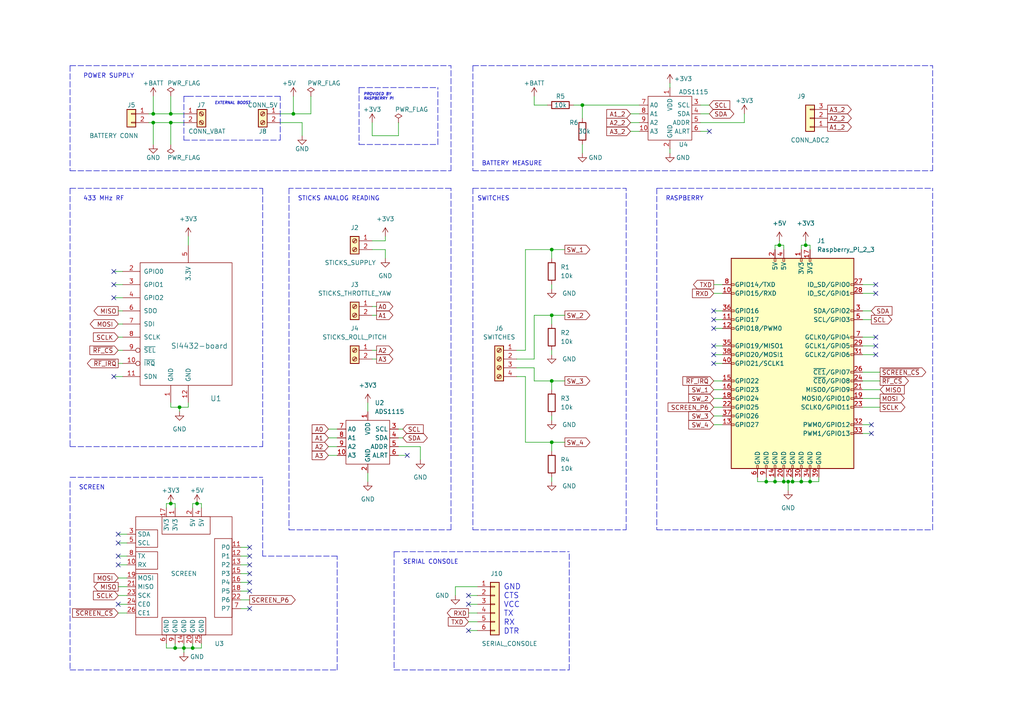
<source format=kicad_sch>
(kicad_sch (version 20211123) (generator eeschema)
  (paper "A4")
  (title_block (title "Quadcopter Remote") (date "2022-04-29") (rev "1") (company "arnaudhe"))
  (lib_symbols
    (symbol "Connector:Raspberry_Pi_2_3" (pin_names (offset 1.016))
      (property "Reference" "J" (at -17.78 31.75 0))
      (property "Value" "Raspberry_Pi_2_3" (at 10.16 -31.75 0))
      (symbol "Raspberry_Pi_2_3_0_1"
        (rectangle (start -17.78 30.48) (end 17.78 -30.48) (stroke (width 0.254)) (fill (type background)))
      )
      (symbol "Raspberry_Pi_2_3_1_1"
        (rectangle (start -16.891 -17.526) (end -17.78 -18.034))
        (rectangle (start -16.891 -14.986) (end -17.78 -15.494))
        (rectangle (start -16.891 -12.446) (end -17.78 -12.954))
        (rectangle (start -16.891 -9.906) (end -17.78 -10.414))
        (rectangle (start -16.891 -7.366) (end -17.78 -7.874))
        (rectangle (start -16.891 -4.826) (end -17.78 -5.334))
        (rectangle (start -16.891 0.254) (end -17.78 -0.254))
        (rectangle (start -16.891 2.794) (end -17.78 2.286))
        (rectangle (start -16.891 5.334) (end -17.78 4.826))
        (rectangle (start -16.891 10.414) (end -17.78 9.906))
        (rectangle (start -16.891 12.954) (end -17.78 12.446))
        (rectangle (start -16.891 15.494) (end -17.78 14.986))
        (rectangle (start -16.891 20.574) (end -17.78 20.066))
        (rectangle (start -16.891 23.114) (end -17.78 22.606))
        (rectangle (start -10.414 -29.591) (end -9.906 -30.48))
        (rectangle (start -7.874 -29.591) (end -7.366 -30.48))
        (rectangle (start -5.334 -29.591) (end -4.826 -30.48))
        (rectangle (start -5.334 30.48) (end -4.826 29.591))
        (rectangle (start -2.794 -29.591) (end -2.286 -30.48))
        (rectangle (start -2.794 30.48) (end -2.286 29.591))
        (rectangle (start -0.254 -29.591) (end 0.254 -30.48))
        (rectangle (start 2.286 -29.591) (end 2.794 -30.48))
        (rectangle (start 2.286 30.48) (end 2.794 29.591))
        (rectangle (start 4.826 -29.591) (end 5.334 -30.48))
        (rectangle (start 4.826 30.48) (end 5.334 29.591))
        (rectangle (start 7.366 -29.591) (end 7.874 -30.48))
        (rectangle (start 17.78 -20.066) (end 16.891 -20.574))
        (rectangle (start 17.78 -17.526) (end 16.891 -18.034))
        (rectangle (start 17.78 -12.446) (end 16.891 -12.954))
        (rectangle (start 17.78 -9.906) (end 16.891 -10.414))
        (rectangle (start 17.78 -7.366) (end 16.891 -7.874))
        (rectangle (start 17.78 -4.826) (end 16.891 -5.334))
        (rectangle (start 17.78 -2.286) (end 16.891 -2.794))
        (rectangle (start 17.78 2.794) (end 16.891 2.286))
        (rectangle (start 17.78 5.334) (end 16.891 4.826))
        (rectangle (start 17.78 7.874) (end 16.891 7.366))
        (rectangle (start 17.78 12.954) (end 16.891 12.446))
        (rectangle (start 17.78 15.494) (end 16.891 14.986))
        (rectangle (start 17.78 20.574) (end 16.891 20.066))
        (rectangle (start 17.78 23.114) (end 16.891 22.606))
        (pin power_in line (at 2.54 33.02 270) (length 2.54) (name "3V3") (number "1"))
        (pin bidirectional line (at -20.32 20.32 0) (length 2.54) (name "GPIO15/RXD") (number "10"))
        (pin bidirectional line (at -20.32 12.7 0) (length 2.54) (name "GPIO17") (number "11"))
        (pin bidirectional line (at -20.32 10.16 0) (length 2.54) (name "GPIO18/PWM0") (number "12"))
        (pin bidirectional line (at -20.32 -17.78 0) (length 2.54) (name "GPIO27") (number "13"))
        (pin power_in line (at -5.08 -33.02 90) (length 2.54) (name "GND") (number "14"))
        (pin bidirectional line (at -20.32 -5.08 0) (length 2.54) (name "GPIO22") (number "15"))
        (pin bidirectional line (at -20.32 -7.62 0) (length 2.54) (name "GPIO23") (number "16"))
        (pin power_in line (at 5.08 33.02 270) (length 2.54) (name "3V3") (number "17"))
        (pin bidirectional line (at -20.32 -10.16 0) (length 2.54) (name "GPIO24") (number "18"))
        (pin bidirectional line (at 20.32 -10.16 180) (length 2.54) (name "MOSI0/GPIO10") (number "19"))
        (pin power_in line (at -5.08 33.02 270) (length 2.54) (name "5V") (number "2"))
        (pin power_in line (at -2.54 -33.02 90) (length 2.54) (name "GND") (number "20"))
        (pin bidirectional line (at 20.32 -7.62 180) (length 2.54) (name "MISO0/GPIO9") (number "21"))
        (pin bidirectional line (at -20.32 -12.7 0) (length 2.54) (name "GPIO25") (number "22"))
        (pin bidirectional line (at 20.32 -12.7 180) (length 2.54) (name "SCLK0/GPIO11") (number "23"))
        (pin bidirectional line (at 20.32 -5.08 180) (length 2.54) (name "~{CE0}/GPIO8") (number "24"))
        (pin power_in line (at 0 -33.02 90) (length 2.54) (name "GND") (number "25"))
        (pin bidirectional line (at 20.32 -2.54 180) (length 2.54) (name "~{CE1}/GPIO7") (number "26"))
        (pin bidirectional line (at 20.32 22.86 180) (length 2.54) (name "ID_SD/GPIO0") (number "27"))
        (pin bidirectional line (at 20.32 20.32 180) (length 2.54) (name "ID_SC/GPIO1") (number "28"))
        (pin bidirectional line (at 20.32 5.08 180) (length 2.54) (name "GCLK1/GPIO5") (number "29"))
        (pin bidirectional line (at 20.32 15.24 180) (length 2.54) (name "SDA/GPIO2") (number "3"))
        (pin power_in line (at 2.54 -33.02 90) (length 2.54) (name "GND") (number "30"))
        (pin bidirectional line (at 20.32 2.54 180) (length 2.54) (name "GCLK2/GPIO6") (number "31"))
        (pin bidirectional line (at 20.32 -17.78 180) (length 2.54) (name "PWM0/GPIO12") (number "32"))
        (pin bidirectional line (at 20.32 -20.32 180) (length 2.54) (name "PWM1/GPIO13") (number "33"))
        (pin power_in line (at 5.08 -33.02 90) (length 2.54) (name "GND") (number "34"))
        (pin bidirectional line (at -20.32 5.08 0) (length 2.54) (name "GPIO19/MISO1") (number "35"))
        (pin bidirectional line (at -20.32 15.24 0) (length 2.54) (name "GPIO16") (number "36"))
        (pin bidirectional line (at -20.32 -15.24 0) (length 2.54) (name "GPIO26") (number "37"))
        (pin bidirectional line (at -20.32 2.54 0) (length 2.54) (name "GPIO20/MOSI1") (number "38"))
        (pin power_in line (at 7.62 -33.02 90) (length 2.54) (name "GND") (number "39"))
        (pin power_in line (at -2.54 33.02 270) (length 2.54) (name "5V") (number "4"))
        (pin bidirectional line (at -20.32 0 0) (length 2.54) (name "GPIO21/SCLK1") (number "40"))
        (pin bidirectional line (at 20.32 12.7 180) (length 2.54) (name "SCL/GPIO3") (number "5"))
        (pin power_in line (at -10.16 -33.02 90) (length 2.54) (name "GND") (number "6"))
        (pin bidirectional line (at 20.32 7.62 180) (length 2.54) (name "GCLK0/GPIO4") (number "7"))
        (pin bidirectional line (at -20.32 22.86 0) (length 2.54) (name "GPIO14/TXD") (number "8"))
        (pin power_in line (at -7.62 -33.02 90) (length 2.54) (name "GND") (number "9"))
      )
    )
    (symbol "Connector:Screw_Terminal_01x02" (pin_names (offset 1.016) hide)
      (property "Reference" "J" (at 0 2.54 0))
      (property "Value" "Screw_Terminal_01x02" (at 0 -5.08 0))
      (symbol "Screw_Terminal_01x02_1_1"
        (rectangle (start -1.27 1.27) (end 1.27 -3.81) (stroke (width 0.254)) (fill (type background)))
        (circle (center 0 -2.54) (radius 0.635) (stroke (width 0.1524)))
        (polyline (pts (xy -0.5334 -2.2098) (xy 0.3302 -3.048)) (stroke (width 0.1524)))
        (polyline (pts (xy -0.5334 0.3302) (xy 0.3302 -0.508)) (stroke (width 0.1524)))
        (polyline (pts (xy -0.3556 -2.032) (xy 0.508 -2.8702)) (stroke (width 0.1524)))
        (polyline (pts (xy -0.3556 0.508) (xy 0.508 -0.3302)) (stroke (width 0.1524)))
        (circle (center 0 0) (radius 0.635) (stroke (width 0.1524)))
        (pin passive line (at -5.08 0 0) (length 3.81) (name "Pin_1") (number "1"))
        (pin passive line (at -5.08 -2.54 0) (length 3.81) (name "Pin_2") (number "2"))
      )
    )
    (symbol "Connector:Screw_Terminal_01x04" (pin_names (offset 1.016) hide)
      (property "Reference" "J" (at 0 5.08 0))
      (property "Value" "Screw_Terminal_01x04" (at 0 -7.62 0))
      (symbol "Screw_Terminal_01x04_1_1"
        (rectangle (start -1.27 3.81) (end 1.27 -6.35) (stroke (width 0.254)) (fill (type background)))
        (circle (center 0 -5.08) (radius 0.635) (stroke (width 0.1524)))
        (circle (center 0 -2.54) (radius 0.635) (stroke (width 0.1524)))
        (polyline (pts (xy -0.5334 -4.7498) (xy 0.3302 -5.588)) (stroke (width 0.1524)))
        (polyline (pts (xy -0.5334 -2.2098) (xy 0.3302 -3.048)) (stroke (width 0.1524)))
        (polyline (pts (xy -0.5334 0.3302) (xy 0.3302 -0.508)) (stroke (width 0.1524)))
        (polyline (pts (xy -0.5334 2.8702) (xy 0.3302 2.032)) (stroke (width 0.1524)))
        (polyline (pts (xy -0.3556 -4.572) (xy 0.508 -5.4102)) (stroke (width 0.1524)))
        (polyline (pts (xy -0.3556 -2.032) (xy 0.508 -2.8702)) (stroke (width 0.1524)))
        (polyline (pts (xy -0.3556 0.508) (xy 0.508 -0.3302)) (stroke (width 0.1524)))
        (polyline (pts (xy -0.3556 3.048) (xy 0.508 2.2098)) (stroke (width 0.1524)))
        (circle (center 0 0) (radius 0.635) (stroke (width 0.1524)))
        (circle (center 0 2.54) (radius 0.635) (stroke (width 0.1524)))
        (pin passive line (at -5.08 2.54 0) (length 3.81) (name "Pin_1") (number "1"))
        (pin passive line (at -5.08 0 0) (length 3.81) (name "Pin_2") (number "2"))
        (pin passive line (at -5.08 -2.54 0) (length 3.81) (name "Pin_3") (number "3"))
        (pin passive line (at -5.08 -5.08 0) (length 3.81) (name "Pin_4") (number "4"))
      )
    )
    (symbol "Connector_Generic:Conn_01x02" (pin_names (offset 1.016) hide)
      (property "Reference" "J" (at 0 2.54 0))
      (property "Value" "Conn_01x02" (at 0 -5.08 0))
      (symbol "Conn_01x02_1_1"
        (rectangle (start -1.27 -2.413) (end 0 -2.667) (stroke (width 0.1524)))
        (rectangle (start -1.27 0.127) (end 0 -0.127) (stroke (width 0.1524)))
        (rectangle (start -1.27 1.27) (end 1.27 -3.81) (stroke (width 0.254)) (fill (type background)))
        (pin passive line (at -5.08 0 0) (length 3.81) (name "Pin_1") (number "1"))
        (pin passive line (at -5.08 -2.54 0) (length 3.81) (name "Pin_2") (number "2"))
      )
    )
    (symbol "Connector_Generic:Conn_01x03" (pin_names (offset 1.016) hide)
      (property "Reference" "J" (at 0 5.08 0))
      (property "Value" "Conn_01x03" (at 0 -5.08 0))
      (symbol "Conn_01x03_1_1"
        (rectangle (start -1.27 -2.413) (end 0 -2.667) (stroke (width 0.1524)))
        (rectangle (start -1.27 0.127) (end 0 -0.127) (stroke (width 0.1524)))
        (rectangle (start -1.27 2.667) (end 0 2.413) (stroke (width 0.1524)))
        (rectangle (start -1.27 3.81) (end 1.27 -3.81) (stroke (width 0.254)) (fill (type background)))
        (pin passive line (at -5.08 2.54 0) (length 3.81) (name "Pin_1") (number "1"))
        (pin passive line (at -5.08 0 0) (length 3.81) (name "Pin_2") (number "2"))
        (pin passive line (at -5.08 -2.54 0) (length 3.81) (name "Pin_3") (number "3"))
      )
    )
    (symbol "Connector_Generic:Conn_01x06" (pin_names (offset 1.016) hide)
      (property "Reference" "J" (at 0 7.62 0))
      (property "Value" "Conn_01x06" (at 0 -10.16 0))
      (symbol "Conn_01x06_1_1"
        (rectangle (start -1.27 -7.493) (end 0 -7.747) (stroke (width 0.1524)))
        (rectangle (start -1.27 -4.953) (end 0 -5.207) (stroke (width 0.1524)))
        (rectangle (start -1.27 -2.413) (end 0 -2.667) (stroke (width 0.1524)))
        (rectangle (start -1.27 0.127) (end 0 -0.127) (stroke (width 0.1524)))
        (rectangle (start -1.27 2.667) (end 0 2.413) (stroke (width 0.1524)))
        (rectangle (start -1.27 5.207) (end 0 4.953) (stroke (width 0.1524)))
        (rectangle (start -1.27 6.35) (end 1.27 -8.89) (stroke (width 0.254)) (fill (type background)))
        (pin passive line (at -5.08 5.08 0) (length 3.81) (name "Pin_1") (number "1"))
        (pin passive line (at -5.08 2.54 0) (length 3.81) (name "Pin_2") (number "2"))
        (pin passive line (at -5.08 0 0) (length 3.81) (name "Pin_3") (number "3"))
        (pin passive line (at -5.08 -2.54 0) (length 3.81) (name "Pin_4") (number "4"))
        (pin passive line (at -5.08 -5.08 0) (length 3.81) (name "Pin_5") (number "5"))
        (pin passive line (at -5.08 -7.62 0) (length 3.81) (name "Pin_6") (number "6"))
      )
    )
    (symbol "Device:R" (pin_numbers hide) (pin_names (offset 0))
      (property "Reference" "R" (at 2.032 0 90))
      (property "Value" "R" (at 0 0 90))
      (symbol "R_0_1"
        (rectangle (start -1.016 -2.54) (end 1.016 2.54) (stroke (width 0.254)))
      )
      (symbol "R_1_1"
        (pin passive line (at 0 3.81 270) (length 1.27) (name "~") (number "1"))
        (pin passive line (at 0 -3.81 90) (length 1.27) (name "~") (number "2"))
      )
    )
    (symbol "power:+3.3V" (power) (pin_names (offset 0))
      (property "Value" "+3.3V" (at 0 3.556 0))
      (symbol "+3.3V_0_1"
        (polyline (pts (xy -0.762 1.27) (xy 0 2.54)))
        (polyline (pts (xy 0 0) (xy 0 2.54)))
        (polyline (pts (xy 0 2.54) (xy 0.762 1.27)))
      )
      (symbol "+3.3V_1_1"
        (pin power_in line (at 0 0 90) (length 0) hide (name "+3V3") (number "1"))
      )
    )
    (symbol "power:+5V" (power) (pin_names (offset 0))
      (property "Value" "+5V" (at 0 3.556 0))
      (symbol "+5V_0_1"
        (polyline (pts (xy -0.762 1.27) (xy 0 2.54)))
        (polyline (pts (xy 0 0) (xy 0 2.54)))
        (polyline (pts (xy 0 2.54) (xy 0.762 1.27)))
      )
      (symbol "+5V_1_1"
        (pin power_in line (at 0 0 90) (length 0) hide (name "+5V") (number "1"))
      )
    )
    (symbol "power:+BATT" (power) (pin_names (offset 0))
      (property "Value" "+BATT" (at 0 3.556 0))
      (symbol "+BATT_0_1"
        (polyline (pts (xy -0.762 1.27) (xy 0 2.54)))
        (polyline (pts (xy 0 0) (xy 0 2.54)))
        (polyline (pts (xy 0 2.54) (xy 0.762 1.27)))
      )
      (symbol "+BATT_1_1"
        (pin power_in line (at 0 0 90) (length 0) hide (name "+BATT") (number "1"))
      )
    )
    (symbol "power:GND" (power) (pin_names (offset 0))
      (property "Value" "GND" (at 0 -3.81 0))
      (symbol "GND_0_1"
        (polyline (pts (xy 0 0) (xy 0 -1.27) (xy 1.27 -1.27) (xy 0 -2.54) (xy -1.27 -1.27) (xy 0 -1.27)))
      )
      (symbol "GND_1_1"
        (pin power_in line (at 0 0 270) (length 0) hide (name "GND") (number "1"))
      )
    )
    (symbol "power:PWR_FLAG" (power) (pin_numbers hide) (pin_names (offset 0) hide)
      (property "Value" "PWR_FLAG" (at 0 3.81 0))
      (symbol "PWR_FLAG_0_0"
        (pin power_out line (at 0 0 90) (length 0) (name "pwr") (number "1"))
      )
      (symbol "PWR_FLAG_0_1"
        (polyline (pts (xy 0 0) (xy 0 1.27) (xy -1.016 1.905) (xy 0 2.54) (xy 1.016 1.905) (xy 0 1.27)))
      )
    )
    (symbol "quadcopter:ADS1115"
      (property "Reference" "U" (at 2.54 7.62 0))
      (property "Value" "ADS1115" (at 6.35 -8.89 0))
      (symbol "ADS1115_0_1"
        (rectangle (start -6.35 6.35) (end 6.35 -6.35))
      )
      (symbol "ADS1115_1_1"
        (pin power_in line (at 0 8.89 270) (length 2.54) (name "VDD") (number "1"))
        (pin input line (at -8.89 -3.81 0) (length 2.54) (name "A3") (number "10"))
        (pin power_in line (at 0 -8.89 90) (length 2.54) (name "GND") (number "2"))
        (pin input line (at 8.89 3.81 180) (length 2.54) (name "SCL") (number "3"))
        (pin bidirectional line (at 8.89 1.27 180) (length 2.54) (name "SDA") (number "4"))
        (pin input line (at 8.89 -1.27 180) (length 2.54) (name "ADDR") (number "5"))
        (pin input line (at 8.89 -3.81 180) (length 2.54) (name "ALRT") (number "6"))
        (pin input line (at -8.89 3.81 0) (length 2.54) (name "A0") (number "7"))
        (pin input line (at -8.89 1.27 0) (length 2.54) (name "A1") (number "8"))
        (pin input line (at -8.89 -1.27 0) (length 2.54) (name "A2") (number "9"))
      )
    )
    (symbol "quadcopter:SCREEN"
      (property "Reference" "U" (at 8.89 17.78 0))
      (property "Value" "SCREEN" (at 0 0 0))
      (symbol "SCREEN_0_1"
        (rectangle (start -13.97 0) (end -7.62 -12.7))
        (rectangle (start -13.97 6.35) (end -7.62 1.27))
        (rectangle (start -13.97 12.7) (end -7.62 7.62))
        (rectangle (start -13.97 16.51) (end 13.97 -17.78))
        (rectangle (start -6.35 -12.7) (end 6.35 -17.78))
        (rectangle (start -6.35 16.51) (end 7.62 11.43))
        (rectangle (start 8.89 10.16) (end 13.97 -12.7))
      )
      (symbol "SCREEN_1_1"
        (pin power_in line (at -2.54 19.05 270) (length 2.54) (name "3V3") (number "1"))
        (pin input line (at -16.51 2.54 0) (length 2.54) (name "RX") (number "10"))
        (pin output line (at 16.51 7.62 180) (length 2.54) (name "P0") (number "11"))
        (pin output line (at 16.51 5.08 180) (length 2.54) (name "P1") (number "12"))
        (pin output line (at 16.51 2.54 180) (length 2.54) (name "P2") (number "13"))
        (pin power_in line (at 0 -20.32 90) (length 2.54) (name "GND") (number "14"))
        (pin output line (at 16.51 0 180) (length 2.54) (name "P3") (number "15"))
        (pin output line (at 16.51 -2.54 180) (length 2.54) (name "P4") (number "16"))
        (pin power_in line (at -5.08 19.05 270) (length 2.54) (name "3V3") (number "17"))
        (pin output line (at 16.51 -5.08 180) (length 2.54) (name "P5") (number "18"))
        (pin input line (at -16.51 -1.27 0) (length 2.54) (name "MOSI") (number "19"))
        (pin power_in line (at 2.54 19.05 270) (length 2.54) (name "5V") (number "2"))
        (pin power_in line (at 2.54 -20.32 90) (length 2.54) (name "GND") (number "20"))
        (pin output line (at -16.51 -3.81 0) (length 2.54) (name "MISO") (number "21"))
        (pin output line (at 16.51 -7.62 180) (length 2.54) (name "P6") (number "22"))
        (pin input line (at -16.51 -6.35 0) (length 2.54) (name "SCK") (number "23"))
        (pin input line (at -16.51 -8.89 0) (length 2.54) (name "CE0") (number "24"))
        (pin power_in line (at 5.08 -20.32 90) (length 2.54) (name "GND") (number "25"))
        (pin input line (at -16.51 -11.43 0) (length 2.54) (name "CE1") (number "26"))
        (pin bidirectional line (at -16.51 11.43 0) (length 2.54) (name "SDA") (number "3"))
        (pin power_in line (at 5.08 19.05 270) (length 2.54) (name "5V") (number "4"))
        (pin output line (at -16.51 8.89 0) (length 2.54) (name "SCL") (number "5"))
        (pin power_in line (at -5.08 -20.32 90) (length 2.54) (name "GND") (number "6"))
        (pin bidirectional line (at 16.51 -10.16 180) (length 2.54) (name "P7") (number "7"))
        (pin output line (at -16.51 5.08 0) (length 2.54) (name "TX") (number "8"))
        (pin power_in line (at -2.54 -20.32 90) (length 2.54) (name "GND") (number "9"))
      )
    )
    (symbol "quadcopter:SI4432-board" (pin_names (offset 1.016))
      (property "Reference" "U" (at -11.43 19.05 0))
      (property "Value" "SI4432-board" (at 10.16 -20.32 0))
      (symbol "SI4432-board_0_1"
        (rectangle (start -13.97 17.78) (end 12.7 -17.78))
      )
      (symbol "SI4432-board_1_1"
        (pin power_in line (at -5.08 -22.86 90) (length 5.08) (name "GND") (number "1"))
        (pin output inverted (at -19.05 -11.43 0) (length 5.08) (name "~{IRQ}") (number "10"))
        (pin input line (at -19.05 -15.24 0) (length 5.08) (name "SDN") (number "11"))
        (pin power_in line (at 0 -22.86 90) (length 5.08) (name "GND") (number "12"))
        (pin input line (at -19.05 15.24 0) (length 5.08) (name "GPIO0") (number "2"))
        (pin input line (at -19.05 11.43 0) (length 5.08) (name "GPIO1") (number "3"))
        (pin bidirectional line (at -19.05 7.62 0) (length 5.08) (name "GPIO2") (number "4"))
        (pin power_in line (at 0 22.86 270) (length 5.08) (name "3.3V") (number "5"))
        (pin output line (at -19.05 3.81 0) (length 5.08) (name "SDO") (number "6"))
        (pin input line (at -19.05 0 0) (length 5.08) (name "SDI") (number "7"))
        (pin input line (at -19.05 -3.81 0) (length 5.08) (name "SCLK") (number "8"))
        (pin input inverted (at -19.05 -7.62 0) (length 5.08) (name "~{SEL}") (number "9"))
      )
    )
  )
  (junction (at 49.53 33.02))
  (junction (at 228.6 139.7))
  (junction (at 160.02 128.27))
  (junction (at 44.45 33.02))
  (junction (at 55.88 187.96))
  (junction (at 160.02 110.49))
  (junction (at 50.8 187.96))
  (junction (at 44.45 35.56))
  (junction (at 53.34 187.96))
  (junction (at 85.09 33.02))
  (junction (at 227.33 139.7))
  (junction (at 222.25 139.7))
  (junction (at 160.02 91.44))
  (junction (at 232.41 139.7))
  (junction (at 168.91 30.48))
  (junction (at 57.15 146.05))
  (junction (at 52.07 118.11))
  (junction (at 226.06 71.12))
  (junction (at 49.53 35.56))
  (junction (at 234.95 139.7))
  (junction (at 229.87 139.7))
  (junction (at 160.02 72.39))
  (junction (at 224.79 139.7))
  (junction (at 49.53 146.05))
  (junction (at 233.68 71.12))
  (no_connect (at 33.02 86.36))
  (no_connect (at 33.02 82.55))
  (no_connect (at 33.02 78.74))
  (no_connect (at 205.74 38.1))
  (no_connect (at 118.11 132.08))
  (no_connect (at 135.89 172.72))
  (no_connect (at 33.02 109.22))
  (no_connect (at 34.29 154.94))
  (no_connect (at 72.39 166.37))
  (no_connect (at 72.39 163.83))
  (no_connect (at 34.29 175.26))
  (no_connect (at 34.29 157.48))
  (no_connect (at 34.29 161.29))
  (no_connect (at 34.29 163.83))
  (no_connect (at 72.39 168.91))
  (no_connect (at 72.39 158.75))
  (no_connect (at 72.39 161.29))
  (no_connect (at 72.39 171.45))
  (no_connect (at 72.39 176.53))
  (no_connect (at 252.73 125.73))
  (no_connect (at 252.73 123.19))
  (no_connect (at 207.01 90.17))
  (no_connect (at 207.01 95.25))
  (no_connect (at 207.01 92.71))
  (no_connect (at 207.01 100.33))
  (no_connect (at 207.01 102.87))
  (no_connect (at 207.01 105.41))
  (no_connect (at 254 97.79))
  (no_connect (at 254 100.33))
  (no_connect (at 254 102.87))
  (no_connect (at 254 82.55))
  (no_connect (at 254 85.09))
  (no_connect (at 135.89 182.88))
  (no_connect (at 135.89 175.26))
  (wire (pts (xy 69.85 173.99) (xy 72.39 173.99)))
  (wire (pts (xy 207.01 100.33) (xy 209.55 100.33)))
  (wire (pts (xy 69.85 176.53) (xy 72.39 176.53)))
  (wire (pts (xy 250.19 115.57) (xy 255.27 115.57)))
  (polyline (pts (xy 81.28 27.94) (xy 54.61 27.94)))
  (polyline (pts (xy 53.34 40.64) (xy 81.28 40.64)))
  (wire (pts (xy 34.29 172.72) (xy 36.83 172.72)))
  (wire (pts (xy 48.26 186.69) (xy 48.26 187.96)))
  (wire (pts (xy 207.01 102.87) (xy 209.55 102.87)))
  (wire (pts (xy 69.85 161.29) (xy 72.39 161.29)))
  (wire (pts (xy 34.29 157.48) (xy 36.83 157.48)))
  (wire (pts (xy 224.79 138.43) (xy 224.79 139.7)))
  (wire (pts (xy 194.31 24.13) (xy 194.31 25.4)))
  (polyline (pts (xy 76.2 129.54) (xy 76.2 54.61)))
  (wire (pts (xy 232.41 72.39) (xy 232.41 71.12)))
  (wire (pts (xy 135.89 175.26) (xy 138.43 175.26)))
  (wire (pts (xy 168.91 41.91) (xy 168.91 44.45)))
  (wire (pts (xy 207.01 82.55) (xy 209.55 82.55)))
  (wire (pts (xy 207.01 110.49) (xy 209.55 110.49)))
  (wire (pts (xy 107.95 101.6) (xy 109.22 101.6)))
  (wire (pts (xy 160.02 72.39) (xy 160.02 74.93)))
  (wire (pts (xy 250.19 123.19) (xy 252.73 123.19)))
  (wire (pts (xy 50.8 147.32) (xy 50.8 146.05)))
  (wire (pts (xy 232.41 71.12) (xy 233.68 71.12)))
  (wire (pts (xy 203.2 33.02) (xy 205.74 33.02)))
  (wire (pts (xy 154.94 91.44) (xy 160.02 91.44)))
  (wire (pts (xy 54.61 118.11) (xy 52.07 118.11)))
  (wire (pts (xy 81.28 33.02) (xy 85.09 33.02)))
  (wire (pts (xy 154.94 110.49) (xy 160.02 110.49)))
  (polyline (pts (xy 20.32 19.05) (xy 20.32 49.53)))
  (wire (pts (xy 227.33 72.39) (xy 227.33 71.12)))
  (wire (pts (xy 53.34 187.96) (xy 55.88 187.96)))
  (wire (pts (xy 69.85 168.91) (xy 72.39 168.91)))
  (wire (pts (xy 85.09 27.94) (xy 85.09 33.02)))
  (wire (pts (xy 44.45 33.02) (xy 49.53 33.02)))
  (wire (pts (xy 49.53 35.56) (xy 49.53 41.91)))
  (wire (pts (xy 203.2 35.56) (xy 215.9 35.56)))
  (wire (pts (xy 250.19 82.55) (xy 254 82.55)))
  (wire (pts (xy 95.25 132.08) (xy 97.79 132.08)))
  (wire (pts (xy 234.95 139.7) (xy 234.95 138.43)))
  (wire (pts (xy 54.61 116.84) (xy 54.61 118.11)))
  (wire (pts (xy 50.8 186.69) (xy 50.8 187.96)))
  (polyline (pts (xy 20.32 54.61) (xy 20.32 129.54)))
  (wire (pts (xy 107.95 88.9) (xy 109.22 88.9)))
  (polyline (pts (xy 104.14 41.91) (xy 127 41.91)))
  (wire (pts (xy 250.19 113.03) (xy 255.27 113.03)))
  (wire (pts (xy 69.85 158.75) (xy 72.39 158.75)))
  (wire (pts (xy 227.33 71.12) (xy 226.06 71.12)))
  (wire (pts (xy 224.79 71.12) (xy 226.06 71.12)))
  (polyline (pts (xy 83.82 153.67) (xy 130.81 153.67)))
  (wire (pts (xy 55.88 187.96) (xy 58.42 187.96)))
  (wire (pts (xy 53.34 187.96) (xy 53.34 189.23)))
  (wire (pts (xy 44.45 35.56) (xy 44.45 41.91)))
  (wire (pts (xy 34.29 177.8) (xy 36.83 177.8)))
  (polyline (pts (xy 97.79 194.31) (xy 97.79 161.29)))
  (polyline (pts (xy 20.32 129.54) (xy 76.2 129.54)))
  (polyline (pts (xy 137.16 19.05) (xy 137.16 49.53)))
  (wire (pts (xy 229.87 139.7) (xy 229.87 138.43)))
  (wire (pts (xy 34.29 90.17) (xy 35.56 90.17)))
  (wire (pts (xy 58.42 147.32) (xy 58.42 146.05)))
  (wire (pts (xy 55.88 146.05) (xy 57.15 146.05)))
  (wire (pts (xy 149.86 106.68) (xy 154.94 106.68)))
  (polyline (pts (xy 130.81 153.67) (xy 130.81 54.61)))
  (wire (pts (xy 160.02 91.44) (xy 160.02 93.98)))
  (wire (pts (xy 48.26 146.05) (xy 49.53 146.05)))
  (wire (pts (xy 90.17 33.02) (xy 85.09 33.02)))
  (wire (pts (xy 115.57 132.08) (xy 118.11 132.08)))
  (wire (pts (xy 95.25 124.46) (xy 97.79 124.46)))
  (wire (pts (xy 250.19 90.17) (xy 252.73 90.17)))
  (wire (pts (xy 207.01 123.19) (xy 209.55 123.19)))
  (wire (pts (xy 233.68 71.12) (xy 234.95 71.12)))
  (wire (pts (xy 168.91 30.48) (xy 168.91 34.29)))
  (wire (pts (xy 250.19 102.87) (xy 254 102.87)))
  (wire (pts (xy 233.68 71.12) (xy 233.68 69.85)))
  (polyline (pts (xy 130.81 54.61) (xy 83.82 54.61)))
  (wire (pts (xy 132.08 170.18) (xy 132.08 172.72)))
  (wire (pts (xy 107.95 69.85) (xy 111.76 69.85)))
  (wire (pts (xy 160.02 128.27) (xy 163.83 128.27)))
  (wire (pts (xy 121.92 129.54) (xy 121.92 133.35)))
  (wire (pts (xy 250.19 107.95) (xy 255.27 107.95)))
  (wire (pts (xy 107.95 104.14) (xy 109.22 104.14)))
  (wire (pts (xy 58.42 146.05) (xy 57.15 146.05)))
  (polyline (pts (xy 165.1 194.31) (xy 165.1 160.02)))
  (wire (pts (xy 54.61 68.58) (xy 54.61 71.12)))
  (wire (pts (xy 152.4 128.27) (xy 152.4 109.22)))
  (polyline (pts (xy 114.3 160.02) (xy 165.1 160.02)))
  (wire (pts (xy 50.8 146.05) (xy 49.53 146.05)))
  (wire (pts (xy 44.45 27.94) (xy 44.45 33.02)))
  (wire (pts (xy 33.02 78.74) (xy 35.56 78.74)))
  (wire (pts (xy 219.71 138.43) (xy 219.71 139.7)))
  (wire (pts (xy 160.02 82.55) (xy 160.02 83.82)))
  (polyline (pts (xy 104.14 25.4) (xy 104.14 41.91)))
  (wire (pts (xy 160.02 138.43) (xy 160.02 139.7)))
  (wire (pts (xy 160.02 110.49) (xy 160.02 113.03)))
  (wire (pts (xy 182.88 33.02) (xy 185.42 33.02)))
  (polyline (pts (xy 270.51 49.53) (xy 270.51 19.05)))
  (polyline (pts (xy 83.82 54.61) (xy 83.82 57.15)))
  (polyline (pts (xy 20.32 194.31) (xy 97.79 194.31)))
  (polyline (pts (xy 137.16 54.61) (xy 181.61 54.61)))
  (wire (pts (xy 81.28 35.56) (xy 87.63 35.56)))
  (wire (pts (xy 69.85 163.83) (xy 72.39 163.83)))
  (wire (pts (xy 227.33 139.7) (xy 228.6 139.7)))
  (wire (pts (xy 207.01 113.03) (xy 209.55 113.03)))
  (wire (pts (xy 152.4 72.39) (xy 160.02 72.39)))
  (wire (pts (xy 160.02 128.27) (xy 160.02 130.81)))
  (wire (pts (xy 154.94 106.68) (xy 154.94 110.49)))
  (wire (pts (xy 232.41 139.7) (xy 232.41 138.43)))
  (wire (pts (xy 106.68 137.16) (xy 106.68 139.7)))
  (polyline (pts (xy 53.34 27.94) (xy 53.34 40.64)))
  (wire (pts (xy 34.29 93.98) (xy 35.56 93.98)))
  (wire (pts (xy 203.2 38.1) (xy 205.74 38.1)))
  (wire (pts (xy 53.34 33.02) (xy 49.53 33.02)))
  (polyline (pts (xy 81.28 40.64) (xy 81.28 27.94)))
  (wire (pts (xy 152.4 128.27) (xy 160.02 128.27)))
  (wire (pts (xy 160.02 110.49) (xy 163.83 110.49)))
  (wire (pts (xy 135.89 177.8) (xy 138.43 177.8)))
  (wire (pts (xy 115.57 124.46) (xy 116.84 124.46)))
  (polyline (pts (xy 137.16 54.61) (xy 137.16 153.67)))
  (wire (pts (xy 48.26 147.32) (xy 48.26 146.05)))
  (wire (pts (xy 207.01 120.65) (xy 209.55 120.65)))
  (polyline (pts (xy 127 41.91) (xy 127 25.4)))
  (wire (pts (xy 160.02 72.39) (xy 163.83 72.39)))
  (wire (pts (xy 160.02 91.44) (xy 163.83 91.44)))
  (wire (pts (xy 55.88 147.32) (xy 55.88 146.05)))
  (wire (pts (xy 207.01 95.25) (xy 209.55 95.25)))
  (wire (pts (xy 229.87 139.7) (xy 232.41 139.7)))
  (wire (pts (xy 154.94 104.14) (xy 149.86 104.14)))
  (wire (pts (xy 232.41 139.7) (xy 234.95 139.7)))
  (wire (pts (xy 34.29 154.94) (xy 36.83 154.94)))
  (wire (pts (xy 69.85 171.45) (xy 72.39 171.45)))
  (wire (pts (xy 52.07 118.11) (xy 52.07 119.38)))
  (wire (pts (xy 166.37 30.48) (xy 168.91 30.48)))
  (polyline (pts (xy 76.2 161.29) (xy 76.2 138.43)))
  (wire (pts (xy 250.19 97.79) (xy 254 97.79)))
  (wire (pts (xy 106.68 116.84) (xy 106.68 119.38)))
  (wire (pts (xy 154.94 91.44) (xy 154.94 104.14)))
  (wire (pts (xy 111.76 72.39) (xy 107.95 72.39)))
  (polyline (pts (xy 270.51 153.67) (xy 270.51 54.61)))
  (wire (pts (xy 115.57 129.54) (xy 121.92 129.54)))
  (wire (pts (xy 49.53 118.11) (xy 52.07 118.11)))
  (wire (pts (xy 224.79 72.39) (xy 224.79 71.12)))
  (wire (pts (xy 219.71 139.7) (xy 222.25 139.7)))
  (wire (pts (xy 111.76 68.58) (xy 111.76 69.85)))
  (wire (pts (xy 228.6 139.7) (xy 228.6 142.24)))
  (polyline (pts (xy 114.3 160.02) (xy 114.3 194.31)))
  (wire (pts (xy 152.4 109.22) (xy 149.86 109.22)))
  (wire (pts (xy 90.17 27.94) (xy 90.17 33.02)))
  (wire (pts (xy 168.91 30.48) (xy 185.42 30.48)))
  (wire (pts (xy 111.76 74.93) (xy 111.76 72.39)))
  (wire (pts (xy 250.19 125.73) (xy 252.73 125.73)))
  (wire (pts (xy 34.29 167.64) (xy 36.83 167.64)))
  (wire (pts (xy 234.95 139.7) (xy 237.49 139.7)))
  (wire (pts (xy 207.01 118.11) (xy 209.55 118.11)))
  (wire (pts (xy 182.88 38.1) (xy 185.42 38.1)))
  (wire (pts (xy 53.34 35.56) (xy 49.53 35.56)))
  (wire (pts (xy 250.19 92.71) (xy 252.73 92.71)))
  (wire (pts (xy 69.85 166.37) (xy 72.39 166.37)))
  (wire (pts (xy 34.29 101.6) (xy 35.56 101.6)))
  (wire (pts (xy 207.01 92.71) (xy 209.55 92.71)))
  (wire (pts (xy 34.29 161.29) (xy 36.83 161.29)))
  (wire (pts (xy 138.43 170.18) (xy 132.08 170.18)))
  (wire (pts (xy 228.6 139.7) (xy 229.87 139.7)))
  (wire (pts (xy 160.02 101.6) (xy 160.02 102.87)))
  (polyline (pts (xy 54.61 27.94) (xy 53.34 27.94)))
  (wire (pts (xy 34.29 163.83) (xy 36.83 163.83)))
  (wire (pts (xy 33.02 82.55) (xy 35.56 82.55)))
  (wire (pts (xy 55.88 186.69) (xy 55.88 187.96)))
  (wire (pts (xy 87.63 35.56) (xy 87.63 39.37)))
  (wire (pts (xy 48.26 187.96) (xy 50.8 187.96)))
  (wire (pts (xy 34.29 97.79) (xy 35.56 97.79)))
  (wire (pts (xy 135.89 182.88) (xy 138.43 182.88)))
  (wire (pts (xy 95.25 129.54) (xy 97.79 129.54)))
  (wire (pts (xy 107.95 35.56) (xy 107.95 39.37)))
  (wire (pts (xy 207.01 85.09) (xy 209.55 85.09)))
  (wire (pts (xy 152.4 101.6) (xy 149.86 101.6)))
  (wire (pts (xy 43.18 33.02) (xy 44.45 33.02)))
  (wire (pts (xy 250.19 118.11) (xy 255.27 118.11)))
  (wire (pts (xy 44.45 35.56) (xy 49.53 35.56)))
  (wire (pts (xy 207.01 105.41) (xy 209.55 105.41)))
  (wire (pts (xy 154.94 30.48) (xy 158.75 30.48)))
  (polyline (pts (xy 137.16 49.53) (xy 270.51 49.53)))
  (polyline (pts (xy 20.32 139.7) (xy 20.32 194.31)))
  (polyline (pts (xy 190.5 54.61) (xy 270.51 54.61)))
  (polyline (pts (xy 83.82 57.15) (xy 83.82 153.67)))
  (wire (pts (xy 215.9 35.56) (xy 215.9 33.02)))
  (wire (pts (xy 34.29 175.26) (xy 36.83 175.26)))
  (wire (pts (xy 95.25 127) (xy 97.79 127)))
  (polyline (pts (xy 104.14 25.4) (xy 127 25.4)))
  (wire (pts (xy 237.49 139.7) (xy 237.49 138.43)))
  (wire (pts (xy 115.57 39.37) (xy 115.57 35.56)))
  (wire (pts (xy 234.95 71.12) (xy 234.95 72.39)))
  (wire (pts (xy 224.79 139.7) (xy 227.33 139.7)))
  (polyline (pts (xy 20.32 54.61) (xy 76.2 54.61)))
  (wire (pts (xy 194.31 43.18) (xy 194.31 44.45)))
  (wire (pts (xy 207.01 90.17) (xy 209.55 90.17)))
  (wire (pts (xy 43.18 35.56) (xy 44.45 35.56)))
  (wire (pts (xy 58.42 186.69) (xy 58.42 187.96)))
  (wire (pts (xy 115.57 127) (xy 116.84 127)))
  (wire (pts (xy 50.8 187.96) (xy 53.34 187.96)))
  (polyline (pts (xy 181.61 153.67) (xy 181.61 54.61)))
  (wire (pts (xy 135.89 180.34) (xy 138.43 180.34)))
  (wire (pts (xy 250.19 100.33) (xy 254 100.33)))
  (polyline (pts (xy 190.5 54.61) (xy 190.5 153.67)))
  (polyline (pts (xy 114.3 194.31) (xy 165.1 194.31)))
  (polyline (pts (xy 130.81 49.53) (xy 130.81 19.05)))
  (polyline (pts (xy 190.5 153.67) (xy 270.51 153.67)))
  (wire (pts (xy 250.19 85.09) (xy 254 85.09)))
  (polyline (pts (xy 20.32 19.05) (xy 130.81 19.05)))
  (wire (pts (xy 49.53 116.84) (xy 49.53 118.11)))
  (wire (pts (xy 182.88 35.56) (xy 185.42 35.56)))
  (wire (pts (xy 49.53 27.94) (xy 49.53 33.02)))
  (wire (pts (xy 33.02 109.22) (xy 35.56 109.22)))
  (wire (pts (xy 226.06 71.12) (xy 226.06 69.85)))
  (wire (pts (xy 160.02 120.65) (xy 160.02 121.92)))
  (polyline (pts (xy 137.16 153.67) (xy 181.61 153.67)))
  (wire (pts (xy 154.94 27.94) (xy 154.94 30.48)))
  (wire (pts (xy 53.34 186.69) (xy 53.34 187.96)))
  (wire (pts (xy 222.25 139.7) (xy 224.79 139.7)))
  (wire (pts (xy 222.25 138.43) (xy 222.25 139.7)))
  (wire (pts (xy 152.4 72.39) (xy 152.4 101.6)))
  (polyline (pts (xy 20.32 138.43) (xy 76.2 138.43)))
  (wire (pts (xy 207.01 115.57) (xy 209.55 115.57)))
  (wire (pts (xy 107.95 91.44) (xy 109.22 91.44)))
  (wire (pts (xy 203.2 30.48) (xy 205.74 30.48)))
  (wire (pts (xy 250.19 110.49) (xy 255.27 110.49)))
  (polyline (pts (xy 97.79 161.29) (xy 76.2 161.29)))
  (wire (pts (xy 227.33 138.43) (xy 227.33 139.7)))
  (wire (pts (xy 107.95 39.37) (xy 115.57 39.37)))
  (wire (pts (xy 135.89 172.72) (xy 138.43 172.72)))
  (polyline (pts (xy 137.16 19.05) (xy 270.51 19.05)))
  (polyline (pts (xy 20.32 49.53) (xy 130.81 49.53)))
  (wire (pts (xy 34.29 105.41) (xy 35.56 105.41)))
  (wire (pts (xy 33.02 86.36) (xy 35.56 86.36)))
  (wire (pts (xy 34.29 170.18) (xy 36.83 170.18)))
  (text "SERIAL CONSOLE" (at 116.84 163.83 0) (effects (font (size 1.27 1.27)) (justify left bottom)))
  (text "GND\nCTS\nVCC\nTX\nRX\nDTR" (at 146.05 184.15 0) (effects (font (size 1.6 1.6)) (justify left bottom)))
  (text "EXTERNAL BOOST" (at 62.23 30.48 0) (effects (font (size 0.8 0.8) italic) (justify left bottom)))
  (text "SWITCHES" (at 138.43 58.42 0) (effects (font (size 1.27 1.27)) (justify left bottom)))
  (text "BATTERY MEASURE" (at 139.7 48.26 0) (effects (font (size 1.27 1.27)) (justify left bottom)))
  (text "PROVIDED BY\nRASPBERRY PI" (at 105.41 29.21 0) (effects (font (size 0.8 0.8) italic) (justify left bottom)))
  (text "STICKS ANALOG READING" (at 86.36 58.42 0) (effects (font (size 1.27 1.27)) (justify left bottom)))
  (text "SCREEN" (at 22.86 142.24 0) (effects (font (size 1.27 1.27)) (justify left bottom)))
  (text "RASPBERRY" (at 193.04 58.42 0) (effects (font (size 1.27 1.27)) (justify left bottom)))
  (text "POWER SUPPLY" (at 24.13 22.86 0) (effects (font (size 1.27 1.27)) (justify left bottom)))
  (text "433 MHz RF" (at 24.13 58.42 0) (effects (font (size 1.27 1.27)) (justify left bottom)))
  (global_label "A1" (shape input) (at 95.25 127 180) (property "Intersheet References" "${INTERSHEET_REFS}" (effects hide)))
  (global_label "A3" (shape output) (at 109.22 104.14 0) (property "Intersheet References" "${INTERSHEET_REFS}" (effects hide)))
  (global_label "TXD" (shape input) (at 135.89 180.34 180) (property "Intersheet References" "${INTERSHEET_REFS}" (effects hide)))
  (global_label "SW_3" (shape output) (at 163.83 110.49 0) (property "Intersheet References" "${INTERSHEET_REFS}" (effects hide)))
  (global_label "SW_1" (shape input) (at 207.01 113.03 180) (property "Intersheet References" "${INTERSHEET_REFS}" (effects hide)))
  (global_label "~{SCREEN_CS}" (shape input) (at 34.29 177.8 180) (property "Intersheet References" "${INTERSHEET_REFS}" (effects hide)))
  (global_label "SCREEN_P6" (shape input) (at 207.01 118.11 180) (property "Intersheet References" "${INTERSHEET_REFS}" (effects hide)))
  (global_label "TXD" (shape output) (at 207.01 82.55 180) (property "Intersheet References" "${INTERSHEET_REFS}" (effects hide)))
  (global_label "RXD" (shape input) (at 207.01 85.09 180) (property "Intersheet References" "${INTERSHEET_REFS}" (effects hide)))
  (global_label "~{RF_IRQ}" (shape input) (at 207.01 110.49 180) (property "Intersheet References" "${INTERSHEET_REFS}" (effects hide)))
  (global_label "A3_2" (shape output) (at 240.03 31.75 0) (property "Intersheet References" "${INTERSHEET_REFS}" (effects hide)))
  (global_label "SDA" (shape input) (at 252.73 90.17 0) (property "Intersheet References" "${INTERSHEET_REFS}" (effects hide)))
  (global_label "~{RF_CS}" (shape input) (at 34.29 101.6 180) (property "Intersheet References" "${INTERSHEET_REFS}" (effects hide)))
  (global_label "SCL" (shape input) (at 205.74 30.48 0) (property "Intersheet References" "${INTERSHEET_REFS}" (effects hide)))
  (global_label "A2" (shape output) (at 109.22 101.6 0) (property "Intersheet References" "${INTERSHEET_REFS}" (effects hide)))
  (global_label "MISO" (shape output) (at 34.29 170.18 180) (property "Intersheet References" "${INTERSHEET_REFS}" (effects hide)))
  (global_label "SW_2" (shape output) (at 163.83 91.44 0) (property "Intersheet References" "${INTERSHEET_REFS}" (effects hide)))
  (global_label "SCL" (shape output) (at 252.73 92.71 0) (property "Intersheet References" "${INTERSHEET_REFS}" (effects hide)))
  (global_label "SW_1" (shape output) (at 163.83 72.39 0) (property "Intersheet References" "${INTERSHEET_REFS}" (effects hide)))
  (global_label "A2_2" (shape input) (at 182.88 35.56 180) (property "Intersheet References" "${INTERSHEET_REFS}" (effects hide)))
  (global_label "A2" (shape input) (at 95.25 129.54 180) (property "Intersheet References" "${INTERSHEET_REFS}" (effects hide)))
  (global_label "~{SCREEN_CS}" (shape output) (at 255.27 107.95 0) (property "Intersheet References" "${INTERSHEET_REFS}" (effects hide)))
  (global_label "SCLK" (shape output) (at 255.27 118.11 0) (property "Intersheet References" "${INTERSHEET_REFS}" (effects hide)))
  (global_label "MOSI" (shape bidirectional) (at 34.29 93.98 180) (property "Intersheet References" "${INTERSHEET_REFS}" (effects hide)))
  (global_label "MOSI" (shape input) (at 34.29 167.64 180) (property "Intersheet References" "${INTERSHEET_REFS}" (effects hide)))
  (global_label "SW_4" (shape input) (at 207.01 123.19 180) (property "Intersheet References" "${INTERSHEET_REFS}" (effects hide)))
  (global_label "SCLK" (shape input) (at 34.29 97.79 180) (property "Intersheet References" "${INTERSHEET_REFS}" (effects hide)))
  (global_label "SCREEN_P6" (shape output) (at 72.39 173.99 0) (property "Intersheet References" "${INTERSHEET_REFS}" (effects hide)))
  (global_label "A1" (shape output) (at 109.22 91.44 0) (property "Intersheet References" "${INTERSHEET_REFS}" (effects hide)))
  (global_label "MISO" (shape input) (at 255.27 113.03 0) (property "Intersheet References" "${INTERSHEET_REFS}" (effects hide)))
  (global_label "SW_3" (shape input) (at 207.01 120.65 180) (property "Intersheet References" "${INTERSHEET_REFS}" (effects hide)))
  (global_label "~{RF_CS}" (shape output) (at 255.27 110.49 0) (property "Intersheet References" "${INTERSHEET_REFS}" (effects hide)))
  (global_label "A3" (shape input) (at 95.25 132.08 180) (property "Intersheet References" "${INTERSHEET_REFS}" (effects hide)))
  (global_label "MISO" (shape output) (at 34.29 90.17 180) (property "Intersheet References" "${INTERSHEET_REFS}" (effects hide)))
  (global_label "SDA" (shape bidirectional) (at 205.74 33.02 0) (property "Intersheet References" "${INTERSHEET_REFS}" (effects hide)))
  (global_label "A3_2" (shape input) (at 182.88 38.1 180) (property "Intersheet References" "${INTERSHEET_REFS}" (effects hide)))
  (global_label "~{RF_IRQ}" (shape output) (at 34.29 105.41 180) (property "Intersheet References" "${INTERSHEET_REFS}" (effects hide)))
  (global_label "A0" (shape output) (at 109.22 88.9 0) (property "Intersheet References" "${INTERSHEET_REFS}" (effects hide)))
  (global_label "SW_4" (shape output) (at 163.83 128.27 0) (property "Intersheet References" "${INTERSHEET_REFS}" (effects hide)))
  (global_label "A0" (shape input) (at 95.25 124.46 180) (property "Intersheet References" "${INTERSHEET_REFS}" (effects hide)))
  (global_label "RXD" (shape output) (at 135.89 177.8 180) (property "Intersheet References" "${INTERSHEET_REFS}" (effects hide)))
  (global_label "A1_2" (shape input) (at 182.88 33.02 180) (property "Intersheet References" "${INTERSHEET_REFS}" (effects hide)))
  (global_label "SW_2" (shape input) (at 207.01 115.57 180) (property "Intersheet References" "${INTERSHEET_REFS}" (effects hide)))
  (global_label "A1_2" (shape output) (at 240.03 36.83 0) (property "Intersheet References" "${INTERSHEET_REFS}" (effects hide)))
  (global_label "SDA" (shape bidirectional) (at 116.84 127 0) (property "Intersheet References" "${INTERSHEET_REFS}" (effects hide)))
  (global_label "A2_2" (shape output) (at 240.03 34.29 0) (property "Intersheet References" "${INTERSHEET_REFS}" (effects hide)))
  (global_label "MOSI" (shape output) (at 255.27 115.57 0) (property "Intersheet References" "${INTERSHEET_REFS}" (effects hide)))
  (global_label "SCLK" (shape input) (at 34.29 172.72 180) (property "Intersheet References" "${INTERSHEET_REFS}" (effects hide)))
  (global_label "SCL" (shape input) (at 116.84 124.46 0) (property "Intersheet References" "${INTERSHEET_REFS}" (effects hide)))
  (symbol (lib_id "Connector:Screw_Terminal_01x02") (at 76.2 33.02 0) (mirror y) (unit 1)
    (property "Reference" "J8" (at 76.2 38.1 0))
    (property "Value" "CONN_5V" (at 76.2 30.48 0))
    (property "Footprint" "TerminalBlock:TerminalBlock_bornier-2_P5.08mm" (effects hide))
  )
  (symbol (lib_id "power:GND") (at 160.02 102.87 0) (unit 1)
    (property "Reference" "#PWR07" (effects hide))
    (property "Value" "GND" (at 165.1 104.14 0))
  )
  (symbol (lib_id "power:+BATT") (at 154.94 27.94 0) (unit 1)
    (property "Reference" "#PWR08" (effects hide))
    (property "Value" "+BATT" (at 154.94 24.13 0))
  )
  (symbol (lib_id "Connector:Raspberry_Pi_2_3") (at 229.87 105.41 0) (unit 1)
    (property "Reference" "J1" (at 236.9694 69.85 0) (effects (justify left)))
    (property "Value" "Raspberry_Pi_2_3" (at 236.9694 72.39 0) (effects (justify left)))
    (property "Footprint" "Module:Raspberry_Pi_Zero_Socketed_THT_FaceDown_MountingHoles" (effects hide))
    (property "Datasheet" "https://www.raspberrypi.org/documentation/hardware/raspberrypi/schematics/rpi_SCH_3bplus_1p0_reduced.pdf" (effects hide))
  )
  (symbol (lib_id "Connector_Generic:Conn_01x06") (at 143.51 175.26 0) (unit 1)
    (property "Reference" "J10" (at 142.24 166.37 0) (effects (justify left)))
    (property "Value" "SERIAL_CONSOLE" (at 139.7 186.69 0) (effects (justify left)))
    (property "Footprint" "Connector_PinHeader_2.54mm:PinHeader_1x06_P2.54mm_Vertical" (effects hide))
  )
  (symbol (lib_id "quadcopter:ADS1115") (at 194.31 34.29 0) (unit 1)
    (property "Reference" "U4" (at 196.85 41.91 0) (effects (justify left)))
    (property "Value" "ADS1115" (at 196.85 26.67 0) (effects (justify left)))
    (property "Footprint" "remote:ADS1115" (effects hide))
  )
  (symbol (lib_id "power:PWR_FLAG") (at 115.57 35.56 0) (unit 1)
    (property "Reference" "#FLG0102" (effects hide))
    (property "Value" "PWR_FLAG" (at 119.38 31.75 0))
  )
  (symbol (lib_id "Device:R") (at 160.02 97.79 0) (unit 1)
    (property "Reference" "R2" (at 162.56 96.5199 0) (effects (justify left)))
    (property "Value" "10k" (at 162.56 99.0599 0) (effects (justify left)))
    (property "Footprint" "Resistor_SMD:R_1206_3216Metric_Pad1.30x1.75mm_HandSolder" (effects hide))
  )
  (symbol (lib_id "power:+3.3V") (at 233.68 69.85 0) (unit 1)
    (property "Reference" "#PWR0106" (effects hide))
    (property "Value" "+3.3V" (at 233.68 64.77 0))
  )
  (symbol (lib_id "power:+5V") (at 226.06 69.85 0) (unit 1)
    (property "Reference" "#PWR0107" (effects hide))
    (property "Value" "+5V" (at 226.06 64.77 0))
  )
  (symbol (lib_id "power:GND") (at 44.45 41.91 0) (unit 1)
    (property "Reference" "#PWR0109" (effects hide))
    (property "Value" "GND" (at 44.45 45.72 0))
  )
  (symbol (lib_id "power:GND") (at 87.63 39.37 0) (unit 1)
    (property "Reference" "#PWR06" (effects hide))
    (property "Value" "GND" (at 87.63 43.18 0))
  )
  (symbol (lib_id "power:GND") (at 132.08 172.72 0) (unit 1)
    (property "Reference" "#PWR015" (effects hide))
    (property "Value" "GND" (at 128.27 172.72 0))
  )
  (symbol (lib_id "quadcopter:SI4432-board") (at 54.61 93.98 0) (unit 1)
    (property "Reference" "U1" (at 60.96 115.57 0) (effects (font (size 1.524 1.524)) (justify left)))
    (property "Value" "SI4432-board" (at 49.53 100.33 0) (effects (font (size 1.524 1.524)) (justify left)))
    (property "Footprint" "quadcopter:SI4432-board" (effects hide))
  )
  (symbol (lib_id "Device:R") (at 160.02 134.62 0) (unit 1)
    (property "Reference" "R4" (at 162.56 133.3499 0) (effects (justify left)))
    (property "Value" "10k" (at 162.56 135.8899 0) (effects (justify left)))
    (property "Footprint" "Resistor_SMD:R_1206_3216Metric_Pad1.30x1.75mm_HandSolder" (effects hide))
  )
  (symbol (lib_id "Connector:Screw_Terminal_01x02") (at 102.87 69.85 0) (mirror y) (unit 1)
    (property "Reference" "J2" (at 102.87 66.04 0))
    (property "Value" "STICKS_SUPPLY" (at 101.6 76.2 0))
    (property "Footprint" "TerminalBlock:TerminalBlock_bornier-2_P5.08mm" (effects hide))
  )
  (symbol (lib_id "Connector:Screw_Terminal_01x02") (at 102.87 88.9 0) (mirror y) (unit 1)
    (property "Reference" "J3" (at 102.87 82.55 0))
    (property "Value" "STICKS_THROTTLE_YAW" (at 102.87 85.09 0))
    (property "Footprint" "TerminalBlock:TerminalBlock_bornier-2_P5.08mm" (effects hide))
  )
  (symbol (lib_id "Connector:Screw_Terminal_01x04") (at 144.78 104.14 0) (mirror y) (unit 1)
    (property "Reference" "J6" (at 144.78 95.25 0))
    (property "Value" "SWITCHES" (at 144.78 97.79 0))
    (property "Footprint" "TerminalBlock:TerminalBlock_bornier-4_P5.08mm" (effects hide))
  )
  (symbol (lib_id "power:GND") (at 53.34 189.23 0) (unit 1)
    (property "Reference" "#PWR013" (effects hide))
    (property "Value" "GND" (at 57.15 190.5 0))
  )
  (symbol (lib_id "Device:R") (at 160.02 78.74 0) (unit 1)
    (property "Reference" "R1" (at 162.56 77.4699 0) (effects (justify left)))
    (property "Value" "10k" (at 162.56 80.0099 0) (effects (justify left)))
    (property "Footprint" "Resistor_SMD:R_1206_3216Metric_Pad1.30x1.75mm_HandSolder" (effects hide))
  )
  (symbol (lib_id "Device:R") (at 168.91 38.1 0) (unit 1)
    (property "Reference" "R6" (at 165.1 35.56 0) (effects (justify left)))
    (property "Value" "30k" (at 167.64 38.1 0) (effects (justify left)))
    (property "Footprint" "Resistor_SMD:R_1206_3216Metric_Pad1.30x1.75mm_HandSolder" (effects hide))
  )
  (symbol (lib_id "Device:R") (at 160.02 116.84 0) (unit 1)
    (property "Reference" "R3" (at 162.56 115.5699 0) (effects (justify left)))
    (property "Value" "10k" (at 162.56 118.1099 0) (effects (justify left)))
    (property "Footprint" "Resistor_SMD:R_1206_3216Metric_Pad1.30x1.75mm_HandSolder" (effects hide))
  )
  (symbol (lib_id "power:GND") (at 160.02 83.82 0) (unit 1)
    (property "Reference" "#PWR05" (effects hide))
    (property "Value" "GND" (at 165.1 85.09 0))
  )
  (symbol (lib_id "Connector:Screw_Terminal_01x02") (at 58.42 33.02 0) (unit 1)
    (property "Reference" "J7" (at 57.15 30.48 0) (effects (justify left)))
    (property "Value" "CONN_VBAT" (at 54.61 38.1 0) (effects (justify left)))
    (property "Footprint" "TerminalBlock:TerminalBlock_bornier-2_P5.08mm" (effects hide))
  )
  (symbol (lib_id "power:PWR_FLAG") (at 49.53 41.91 180) (unit 1)
    (property "Reference" "#FLG02" (effects hide))
    (property "Value" "PWR_FLAG" (at 53.34 45.72 0))
  )
  (symbol (lib_id "power:GND") (at 194.31 44.45 0) (unit 1)
    (property "Reference" "#PWR019" (effects hide))
    (property "Value" "GND" (at 198.12 45.72 0))
  )
  (symbol (lib_id "power:+3.3V") (at 106.68 116.84 0) (unit 1)
    (property "Reference" "#PWR01" (effects hide))
    (property "Value" "+3.3V" (at 106.68 111.76 0))
  )
  (symbol (lib_id "power:+5V") (at 85.09 27.94 0) (unit 1)
    (property "Reference" "#PWR0108" (effects hide))
    (property "Value" "+5V" (at 83.82 24.13 0))
  )
  (symbol (lib_id "power:+3.3V") (at 194.31 24.13 0) (unit 1)
    (property "Reference" "#PWR018" (effects hide))
    (property "Value" "+3.3V" (at 198.12 22.86 0))
  )
  (symbol (lib_id "power:GND") (at 160.02 121.92 0) (unit 1)
    (property "Reference" "#PWR09" (effects hide))
    (property "Value" "GND" (at 165.1 123.19 0))
  )
  (symbol (lib_id "quadcopter:SCREEN") (at 53.34 166.37 0) (unit 1)
    (property "Reference" "U3" (at 62.23 186.69 0) (effects (justify left)))
    (property "Value" "SCREEN" (at 49.53 166.37 0) (effects (justify left)))
    (property "Footprint" "Connector_PinHeader_2.54mm:PinHeader_2x13_P2.54mm_Vertical" (effects hide))
  )
  (symbol (lib_id "quadcopter:ADS1115") (at 106.68 128.27 0) (unit 1)
    (property "Reference" "U2" (at 108.6994 116.84 0) (effects (justify left)))
    (property "Value" "ADS1115" (at 108.6994 119.38 0) (effects (justify left)))
    (property "Footprint" "remote:ADS1115" (effects hide))
  )
  (symbol (lib_id "Device:R") (at 162.56 30.48 270) (unit 1)
    (property "Reference" "R5" (at 162.56 27.94 90))
    (property "Value" "10k" (at 162.56 30.48 90))
    (property "Footprint" "Resistor_SMD:R_1206_3216Metric_Pad1.30x1.75mm_HandSolder" (effects hide))
  )
  (symbol (lib_id "Connector_Generic:Conn_01x02") (at 38.1 33.02 0) (mirror y) (unit 1)
    (property "Reference" "J5" (at 38.1 30.48 0))
    (property "Value" "BATTERY CONN" (at 33.02 39.37 0))
    (property "Footprint" "remote:BATTERY_CHARGER" (effects hide))
  )
  (symbol (lib_id "power:+3.3V") (at 107.95 35.56 0) (unit 1)
    (property "Reference" "#PWR0110" (effects hide))
    (property "Value" "+3.3V" (at 107.95 31.75 0))
  )
  (symbol (lib_id "Connector_Generic:Conn_01x03") (at 234.95 34.29 180) (unit 1)
    (property "Reference" "J9" (at 232.41 27.94 0))
    (property "Value" "CONN_ADC2" (at 234.95 40.64 0))
    (property "Footprint" "Connector_PinHeader_2.54mm:PinHeader_1x03_P2.54mm_Vertical" (effects hide))
  )
  (symbol (lib_id "power:GND") (at 168.91 44.45 0) (unit 1)
    (property "Reference" "#PWR017" (effects hide))
    (property "Value" "GND" (at 172.72 45.72 0))
  )
  (symbol (lib_id "power:+3.3V") (at 54.61 68.58 0) (unit 1)
    (property "Reference" "#PWR0102" (effects hide))
    (property "Value" "+3.3V" (at 54.61 63.5 0))
  )
  (symbol (lib_id "power:GND") (at 160.02 139.7 0) (unit 1)
    (property "Reference" "#PWR011" (effects hide))
    (property "Value" "GND" (at 165.1 140.97 0))
  )
  (symbol (lib_id "Connector:Screw_Terminal_01x02") (at 102.87 101.6 0) (mirror y) (unit 1)
    (property "Reference" "J4" (at 102.87 95.25 0))
    (property "Value" "STICKS_ROLL_PITCH" (at 102.87 97.79 0))
    (property "Footprint" "TerminalBlock:TerminalBlock_bornier-2_P5.08mm" (effects hide))
  )
  (symbol (lib_id "power:GND") (at 228.6 142.24 0) (unit 1)
    (property "Reference" "#PWR0103" (effects hide))
    (property "Value" "GND" (at 228.6 147.32 0))
  )
  (symbol (lib_id "power:+3.3V") (at 215.9 33.02 0) (unit 1)
    (property "Reference" "#PWR020" (effects hide))
    (property "Value" "+3.3V" (at 215.9 29.21 0))
  )
  (symbol (lib_id "power:+3.3V") (at 49.53 146.05 0) (unit 1)
    (property "Reference" "#PWR012" (effects hide))
    (property "Value" "+3.3V" (at 49.53 142.24 0))
  )
  (symbol (lib_id "power:GND") (at 52.07 119.38 0) (unit 1)
    (property "Reference" "#PWR0101" (effects hide))
    (property "Value" "GND" (at 52.07 124.46 0))
  )
  (symbol (lib_id "power:+BATT") (at 44.45 27.94 0) (unit 1)
    (property "Reference" "#PWR04" (effects hide))
    (property "Value" "+BATT" (at 44.45 24.13 0))
  )
  (symbol (lib_id "power:+3.3V") (at 111.76 68.58 0) (unit 1)
    (property "Reference" "#PWR0104" (effects hide))
    (property "Value" "+3.3V" (at 111.76 63.5 0))
  )
  (symbol (lib_id "power:GND") (at 106.68 139.7 0) (unit 1)
    (property "Reference" "#PWR02" (effects hide))
    (property "Value" "GND" (at 106.68 144.78 0))
  )
  (symbol (lib_id "power:+5V") (at 57.15 146.05 0) (unit 1)
    (property "Reference" "#PWR014" (effects hide))
    (property "Value" "+5V" (at 57.15 142.24 0))
  )
  (symbol (lib_id "power:PWR_FLAG") (at 90.17 27.94 0) (unit 1)
    (property "Reference" "#FLG03" (effects hide))
    (property "Value" "PWR_FLAG" (at 93.98 24.13 0))
  )
  (symbol (lib_id "power:GND") (at 111.76 74.93 0) (unit 1)
    (property "Reference" "#PWR0105" (effects hide))
    (property "Value" "GND" (at 111.76 80.01 0))
  )
  (symbol (lib_id "power:PWR_FLAG") (at 49.53 27.94 0) (unit 1)
    (property "Reference" "#FLG01" (effects hide))
    (property "Value" "PWR_FLAG" (at 53.34 24.13 0))
  )
  (symbol (lib_id "power:GND") (at 121.92 133.35 0) (unit 1)
    (property "Reference" "#PWR03" (effects hide))
    (property "Value" "GND" (at 121.92 138.43 0))
  )
)
</source>
